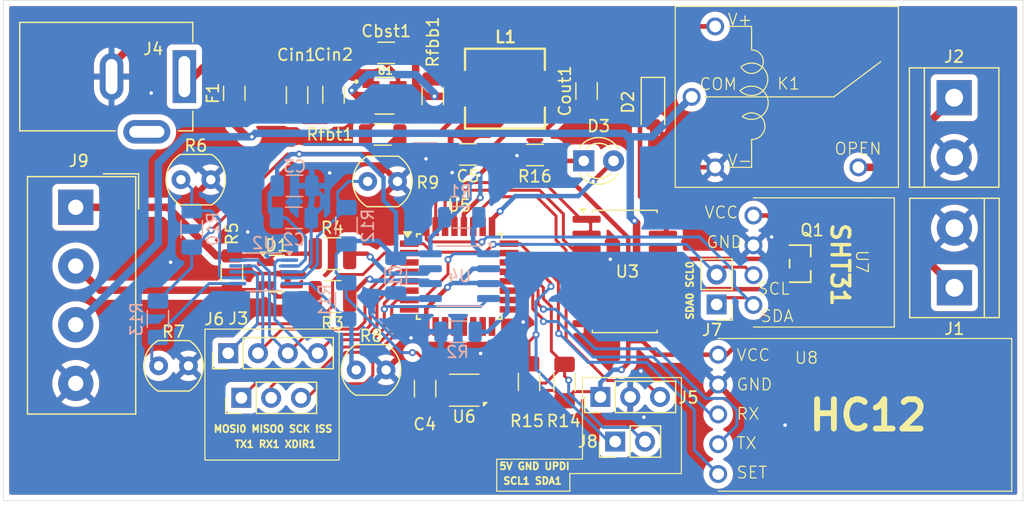
<source format=kicad_pcb>
(kicad_pcb (version 20240108) (generator "pcbnew") (generator_version "8.0")
  (layers (0 "F.Cu" signal) (31 "B.Cu" signal) (34 "B.Paste" user) (35 "F.Paste" user) (36 "B.SilkS" user "B.Silkscreen") (37 "F.SilkS" user "F.Silkscreen") (38 "B.Mask" user) (39 "F.Mask" user) (44 "Edge.Cuts" user))
  (net 0 "")
  (net 1 "GND")
  (net 2 "+5V")
  (net 3 "/VBST")
  (net 4 "+12V")
  (net 5 "/B")
  (net 6 "/A")
  (net 7 "/OUT1")
  (net 8 "/LOAD")
  (net 9 "/OPEN")
  (net 10 "/OUT2")
  (net 11 "/MOSI0")
  (net 12 "/Bout")
  (net 13 "/Aout")
  (net 14 "/VFB")
  (net 15 "/SCL0")
  (net 16 "/SDA0")
  (net 17 "/TX1")
  (net 18 "/RX1")
  (net 20 "/COMM1")
  (net 23 "/COMM2")
  (net 29 "/!SS")
  (net 30 "/SCK")
  (net 31 "/MISO0")
  (net 32 "/XDIR1")
  (net 33 "/SCL1")
  (net 34 "/UPDI")
  (net 35 "/SDA1")
  (net 36 "/RX2")
  (net 37 "/TX2")
  (net 40 "Net-(D3-K)")
  (net 49 "/SET")
  (net 54 "Net-(F1-Pad2)")
  (net 55 "/MCLED")
  (net 56 "/SW")
  (net 57 "/IN1")
  (net 58 "/IN2")
  (net 59 "/IN3")
  (net 60 "/IN4")
  (footprint "Capacitor_SMD:C_1206_3216Metric_Pad1.33x1.80mm_HandSolder" (layer "F.Cu") (at 192.75 91.5 90)
    (property "Reference" "Cin1")
    (property "Value" "10uF")
  )
  (footprint "Fuse:Fuse_1206_3216Metric" (layer "F.Cu") (at 187.4 91.35 90)
    (property "Reference" "F1")
    (property "Value" "Fuse")
  )
  (footprint "Resistor_SMD:R_1210_3225Metric" (layer "F.Cu") (at 195.7625 108.65 180)
    (property "Reference" "R3")
    (property "Value" "10Ohm")
  )
  (footprint "Inductor_SMD:L_6.8x6.8_H3" (layer "F.Cu") (at 210.45 90.95)
    (property "Reference" "L1")
    (property "Value" "4.7uH")
  )
  (footprint "Resistor_SMD:R_1206_3216Metric_Pad1.30x1.75mm_HandSolder" (layer "F.Cu") (at 212.5 115.925 90)
    (property "Reference" "R15")
    (property "Value" "20kOhm")
  )
  (footprint "OptoDevice:R_LDR_4.9x4.2mm_P2.54mm_Vertical" (layer "F.Cu") (at 180.96 114.55)
    (property "Reference" "R7")
    (property "Value" "R_Photo")
  )
  (footprint "Package_S-Mini:S-MINI_TOS" (layer "F.Cu") (at 235.5875 105.85 -90)
    (property "Reference" "Q1")
    (property "Value" "SSM3J352F_LF")
  )
  (footprint "Resistor_SMD:R_1206_3216Metric" (layer "F.Cu") (at 200.0375 94.85 180)
    (property "Reference" "Rfbt1")
    (property "Value" "56.2kOhm")
  )
  (footprint "Capacitor_SMD:C_1206_3216Metric" (layer "F.Cu") (at 207.3 96.55 180)
    (property "Reference" "C5")
    (property "Value" "1uF")
  )
  (footprint "OptoDevice:R_LDR_4.9x4.2mm_P2.54mm_Vertical" (layer "F.Cu") (at 198.76 98.85)
    (property "Reference" "R9")
    (property "Value" "R_Photo")
  )
  (footprint "Resistor_SMD:R_1206_3216Metric" (layer "F.Cu") (at 187.2 106.65 90)
    (property "Reference" "R5")
    (property "Value" "120")
  )
  (footprint "Resistor_SMD:R_1210_3225Metric" (layer "F.Cu") (at 195.7625 105 180)
    (property "Reference" "R4")
    (property "Value" "10Ohm")
  )
  (footprint "Connector_PinHeader_2.54mm:PinHeader_1x03_P2.54mm_Vertical" (layer "F.Cu") (at 218.575 117.2 90)
    (property "Reference" "J5")
    (property "Value" "Conn_01x03_Pin")
  )
  (footprint "TerminalBlock:TerminalBlock_bornier-2_P5.08mm" (layer "F.Cu") (at 248.725 107.905 90)
    (property "Reference" "J1")
    (property "Value" "Screw_Terminal_01x02")
  )
  (footprint "Diode_SMD:D_SOD-123" (layer "F.Cu") (at 223.05 92.35 -90)
    (property "Reference" "D2")
    (property "Value" "1N4148W")
  )
  (footprint "Capacitor_SMD:C_1206_3216Metric_Pad1.33x1.80mm_HandSolder" (layer "F.Cu") (at 217.4 91.15 90)
    (property "Reference" "Cout1")
    (property "Value" "47uF")
  )
  (footprint "Resistor_SMD:R_1206_3216Metric" (layer "F.Cu") (at 213 96.6 180)
    (property "Reference" "R16")
    (property "Value" "250-400 Ohm")
  )
  (footprint "Connector_BarrelJack:BarrelJack_Kycon_KLDX-0202-xC_Horizontal" (layer "F.Cu") (at 183.15 89.925)
    (property "Reference" "J4")
    (property "Value" "Barrel_Jack_MountingPin" (hide yes))
  )
  (footprint "Capacitor_SMD:C_1206_3216Metric_Pad1.33x1.80mm_HandSolder" (layer "F.Cu") (at 195.85 91.4625 90)
    (property "Reference" "Cin2")
    (property "Value" "10uF")
  )
  (footprint "Package_QFP:TQFP-32_7x7mm_P0.8mm" (layer "F.Cu") (at 206.55 106.95)
    (property "Reference" "U5")
    (property "Value" "AVR32DA32x-xPT")
  )
  (footprint "Package_TO_SOT_SMD:SOT-23" (layer "F.Cu") (at 191.0125 106.7)
    (property "Reference" "D1")
    (property "Value" "SM712_SOT23")
  )
  (footprint "Capacitor_SMD:C_1206_3216Metric_Pad1.33x1.80mm_HandSolder" (layer "F.Cu") (at 200.3375 87.9)
    (property "Reference" "Cbst1")
    (property "Value" "100nF")
  )
  (footprint "Connector_PinHeader_2.54mm:PinHeader_1x03_P2.54mm_Vertical" (layer "F.Cu") (at 188 117.275 90)
    (property "Reference" "J3")
    (property "Value" "Conn_01x03_Pin")
  )
  (footprint "LED_THT:LED_D3.0mm_FlatTop" (layer "F.Cu") (at 217.16 97.1)
    (property "Reference" "D3")
    (property "Value" "LED")
  )
  (footprint "TerminalBlock_Altech:Altech_AK100_1x04_P5.00mm" (layer "F.Cu") (at 173.9 101.05 -90)
    (property "Reference" "J9")
    (property "Value" "Screw_Terminal_01x04")
  )
  (footprint "Sensor_Humidity:Sensirion_DFN-8-1EP_2.5x2.5mm_P0.5mm_EP1.1x1.7mm" (layer "F.Cu") (at 206.975 116.625 180)
    (property "Reference" "U6")
    (property "Value" "SHT31A-DIS")
  )
  (footprint "Resistor_SMD:R_1206_3216Metric_Pad1.30x1.75mm_HandSolder" (layer "F.Cu") (at 215.525 115.975 90)
    (property "Reference" "R14")
    (property "Value" "20kOhm")
  )
  (footprint "TerminalBlock:TerminalBlock_bornier-2_P5.08mm" (layer "F.Cu") (at 248.7 91.72 -90)
    (property "Reference" "J2")
    (property "Value" "Screw_Terminal_01x02")
  )
  (footprint "Modules:HC12-Modules" (layer "F.Cu") (at 228.606 113.725 -90)
    (property "Reference" "U8")
    (property "Value" "~")
  )
  (footprint "Connector_PinHeader_2.54mm:PinHeader_1x02_P2.54mm_Vertical" (layer "F.Cu") (at 219.835 121 90)
    (property "Reference" "J8")
    (property "Value" "Conn_01x02_Pin")
  )
  (footprint "Capacitor_SMD:C_1206_3216Metric" (layer "F.Cu") (at 203.65 116.5 -90)
    (property "Reference" "C4")
    (property "Value" "100nF")
  )
  (footprint "Connector_PinHeader_2.54mm:PinHeader_1x02_P2.54mm_Vertical" (layer "F.Cu") (at 228.475 109.325 180)
    (property "Reference" "J7")
    (property "Value" "Conn_01x02_Pin")
  )
  (footprint "OptoDevice:R_LDR_4.9x4.2mm_P2.54mm_Vertical" (layer "F.Cu") (at 182.86 98.7)
    (property "Reference" "R6")
    (property "Value" "R_Photo")
  )
  (footprint "Relay_THT:AWHSH112DM00G" (layer "F.Cu") (at 234.45 91.65)
    (property "Reference" "K1")
    (property "Value" "AWHSH112DM00G ")
  )
  (footprint "Resistor_SMD:R_1206_3216Metric" (layer "F.Cu") (at 204.3 91.5875 90)
    (property "Reference" "Rfbb1")
    (property "Value" "10kOhm")
  )
  (footprint "Package_SO:SOIC-16W_5.3x10.2mm_P1.27mm" (layer "F.Cu") (at 220.65 106.515)
    (property "Reference" "U3")
    (property "Value" "ULN2003A")
  )
  (footprint "Converter_DCDC:SOT95P280X110-6N" (layer "F.Cu") (at 200.195 91.55)
    (property "Reference" "U1")
    (property "Value" "TPS561208DDCT")
  )
  (footprint "Connector_PinHeader_2.54mm:PinHeader_1x04_P2.54mm_Vertical" (layer "F.Cu") (at 186.88 113.475 90)
    (property "Reference" "J6")
    (property "Value" "Conn_01x04_Pin")
  )
  (footprint "OptoDevice:R_LDR_4.9x4.2mm_P2.54mm_Vertical" (layer "F.Cu") (at 197.785 114.9)
    (property "Reference" "R8")
    (property "Value" "R_Photo")
  )
  (footprint "Modules:SHT31-Module" (layer "F.Cu") (at 231.606 101.75 -90)
    (property "Reference" "U7")
    (property "Value" "~")
  )
  (footprint "Resistor_SMD:R_1206_3216Metric" (layer "B.Cu") (at 206.7625 101.9)
    (property "Reference" "R1")
    (property "Value" "10kOhm")
  )
  (footprint "Package_SO:VSSOP-10_3x3mm_P0.5mm" (layer "B.Cu") (at 189.9 106.55 180)
    (property "Reference" "U2")
    (property "Value" "ADC084S021CIMM/NOPB" (hide yes))
  )
  (footprint "Resistor_SMD:R_1206_3216Metric_Pad1.30x1.75mm_HandSolder" (layer "B.Cu") (at 196.95 102.625 90)
    (property "Reference" "R12")
    (property "Value" "10kOhm")
  )
  (footprint "Package_SO:SOIC-8_3.9x4.9mm_P1.27mm" (layer "B.Cu") (at 206.575 106.915 180)
    (property "Reference" "U4")
    (property "Value" "THVD1400D")
  )
  (footprint "Capacitor_SMD:C_1206_3216Metric" (layer "B.Cu") (at 201.15 106.875 -90)
    (property "Reference" "C1")
    (property "Value" "100nF")
  )
  (footprint "Resistor_SMD:R_1206_3216Metric" (layer "B.Cu") (at 206.45 111.65 180)
    (property "Reference" "R2")
    (property "Value" "10kOhm")
  )
  (footprint "Resistor_SMD:R_1206_3216Metric_Pad1.30x1.75mm_HandSolder" (layer "B.Cu") (at 183.775 102.9 90)
    (property "Reference" "R10")
    (property "Value" "10kohm")
  )
  (footprint "Capacitor_SMD:C_1206_3216Metric" (layer "B.Cu") (at 192.475 101.95)
    (property "Reference" "C2")
    (property "Value" "0.1uF")
  )
  (footprint "Resistor_SMD:R_1206_3216Metric_Pad1.30x1.75mm_HandSolder" (layer "B.Cu") (at 196.925 109.025 -90)
    (property "Reference" "R11")
    (property "Value" "56.2kOhm")
  )
  (footprint "Capacitor_SMD:C_1206_3216Metric" (layer "B.Cu") (at 192.525 99.225)
    (property "Reference" "C3")
    (property "Value" "10uF")
  )
  (footprint "Resistor_SMD:R_1206_3216Metric_Pad1.30x1.75mm_HandSolder" (layer "B.Cu") (at 180.9 110.575 -90)
    (property "Reference" "R13")
    (property "Value" "56.2kOhm")
  )
  (gr_line (start 216.125 123.725) (end 215.975 123.725) (stroke (width 0.1)) (layer "F.SilkS"))
  (gr_line (start 225.475 123.725) (end 216.125 123.725) (stroke (width 0.1)) (layer "F.SilkS"))
  (gr_line (start 209.75 122.5) (end 209.75 125.225) (stroke (width 0.1)) (layer "F.SilkS"))
  (gr_line (start 225.475 115.55) (end 225.475 123.725) (stroke (width 0.1)) (layer "F.SilkS"))
  (gr_line (start 209.75 125.225) (end 215.975 125.225) (stroke (width 0.1)) (layer "F.SilkS"))
  (gr_line (start 217.05 115.55) (end 225.475 115.55) (stroke (width 0.1)) (layer "F.SilkS"))
  (gr_line (start 217.05 122.5) (end 215.975 122.5) (stroke (width 0.1)) (layer "F.SilkS"))
  (gr_line (start 215.975 122.5) (end 209.75 122.5) (stroke (width 0.1)) (layer "F.SilkS"))
  (gr_line (start 215.975 123.725) (end 215.975 125.225) (stroke (width 0.1)) (layer "F.SilkS"))
  (gr_line (start 217.05 115.55) (end 217.05 122.5) (stroke (width 0.1)) (layer "F.SilkS"))
  (gr_rect (start 184.9 111.425) (end 196.325 122.575) (stroke (width 0.1)) (fill none) (layer "F.SilkS"))
  (gr_rect (start 167.7375 83.425) (end 254.5625 126.025) (stroke (width 0.05)) (fill none) (layer "Edge.Cuts"))
  (gr_text "SCL1 SDA1" (at 210.225 124.7 0) (layer "F.SilkS") (effects (font (size 0.6 0.6) (thickness 0.15) (bold yes)) (justify left bottom)))
  (gr_text "MOSI0 MISO0 SCK !SS" (at 185.575 120.275 0) (layer "F.SilkS") (effects (font (size 0.6 0.6) (thickness 0.15) (bold yes)) (justify left bottom)))
  (gr_text "TX1 RX1 XDIR1" (at 187.35 121.575 0) (layer "F.SilkS") (effects (font (size 0.6 0.6) (thickness 0.15) (bold yes)) (justify left bottom)))
  (gr_text "SDA0 SCL0\n" (at 226.55 110.7 90) (layer "F.SilkS") (effects (font (size 0.6 0.6) (thickness 0.15) (bold yes)) (justify left bottom)))
  (gr_text "5V GND UPDI" (at 209.9 123.45 0) (layer "F.SilkS") (effects (font (size 0.6 0.6) (thickness 0.15) (bold yes)) (justify left bottom)))
  (segment (start 204.3 88.145164) (end 204.3 90.125) (width 0.635) (layer "F.Cu") (net 1))
  (segment (start 226.7 97.65) (end 223.05 94) (width 0.381) (layer "F.Cu") (net 1))
  (segment (start 204.3 90.125) (end 205.2425 89.1825) (width 0.635) (layer "F.Cu") (net 1))
  (segment (start 210.8 108.15) (end 212.044896 108.15) (width 0.254) (layer "F.Cu") (net 1))
  (segment (start 205.15 118.025) (end 205.8 117.375) (width 0.254) (layer "F.Cu") (net 1))
  (segment (start 195.2 89.25) (end 195.85 89.9) (width 0.635) (layer "F.Cu") (net 1))
  (segment (start 195.85 88.670164) (end 198.170164 86.35) (width 0.635) (layer "F.Cu") (net 1))
  (segment (start 195.85 89.9) (end 198.34 89.9) (width 0.635) (layer "F.Cu") (net 1))
  (segment (start 193.4375 89.25) (end 195.2 89.25) (width 0.635) (layer "F.Cu") (net 1))
  (segment (start 212.35 110.475) (end 212 110.825) (width 0.254) (layer "F.Cu") (net 1))
  (segment (start 216.995 89.1825) (end 217.4 89.5875) (width 0.635) (layer "F.Cu") (net 1))
  (segment (start 180.275 85.65) (end 188.4625 85.65) (width 0.635) (layer "F.Cu") (net 1))
  (segment (start 203.6 118.025) (end 205.15 118.025) (width 0.254) (layer "F.Cu") (net 1))
  (segment (start 206.225 117.375) (end 206.975 116.625) (width 0.254) (layer "F.Cu") (net 1))
  (segment (start 208.15 116.875) (end 207.225 116.875) (width 0.254) (layer "F.Cu") (net 1))
  (segment (start 198.34 89.9) (end 199.04 90.6) (width 0.635) (layer "F.Cu") (net 1))
  (segment (start 205.825 96.55) (end 205.825 97.975) (width 0.381) (layer "F.Cu") (net 1))
  (segment (start 192.75 89.9375) (end 193.4375 89.25) (width 0.635) (layer "F.Cu") (net 1))
  (segment (start 176.95 88.975) (end 180.275 85.65) (width 0.635) (layer "F.Cu") (net 1))
  (segment (start 206.442356 100.344356) (end 206.15 100.636712) (width 0.381) (layer "F.Cu") (net 1))
  (segment (start 206.15 100.636712) (end 206.15 102.7) (width 0.381) (layer "F.Cu") (net 1))
  (segment (start 205.825 97.975) (end 205.95 98.1) (width 0.381) (layer "F.Cu") (net 1))
  (segment (start 198.170164 86.35) (end 202.504836 86.35) (width 0.635) (layer "F.Cu") (net 1))
  (segment (start 205.8 117.375) (end 206.225 117.375) (width 0.254) (layer "F.Cu") (net 1))
  (segment (start 202.504836 86.35) (end 204.3 88.145164) (width 0.635) (layer "F.Cu") (net 1))
  (segment (start 176.95 90.75) (end 176.95 88.975) (width 0.635) (layer "F.Cu") (net 1))
  (segment (start 212.044896 108.15) (end 212.35 108.455104) (width 0.254) (layer "F.Cu") (net 1))
  (segment (start 207.225 116.875) (end 206.975 116.625) (width 0.254) (layer "F.Cu") (net 1))
  (segment (start 205.8 116.875) (end 206.725 116.875) (width 0.254) (layer "F.Cu") (net 1))
  (segment (start 228.35 97.65) (end 226.7 97.65) (width 0.381) (layer "F.Cu") (net 1))
  (segment (start 206.725 116.875) (end 206.975 116.625) (width 0.254) (layer "F.Cu") (net 1))
  (segment (start 212.35 108.455104) (end 212.35 110.475) (width 0.254) (layer "F.Cu") (net 1))
  (segment (start 195.85 89.9) (end 195.85 88.670164) (width 0.635) (layer "F.Cu") (net 1))
  (segment (start 205.2425 89.1825) (end 216.995 89.1825) (width 0.635) (layer "F.Cu") (net 1))
  (segment (start 188.4625 85.65) (end 192.75 89.9375) (width 0.635) (layer "F.Cu") (net 1))
  (via (at 211.475 96.65) (size 0.6) (drill 0.3) (layers "F.Cu" "B.Cu") (net 1))
  (via (at 188.55 103.15) (size 0.6) (drill 0.3) (layers "F.Cu" "B.Cu") (net 1))
  (via (at 222.025 115) (size 0.6) (drill 0.3) (layers "F.Cu" "B.Cu") (net 1))
  (via (at 234.3 119.6) (size 0.6) (drill 0.3) (layers "F.Cu" "B.Cu") (net 1))
  (via (at 222.275 118.925) (size 0.6) (drill 0.3) (layers "F.Cu" "B.Cu") (net 1))
  (via (at 180.325 91.325) (size 0.6) (drill 0.3) (layers "F.Cu" "B.Cu") (net 1))
  (via (at 208.375 113.5) (size 0.6) (drill 0.3) (layers "F.Cu" "B.Cu") (net 1))
  (via (at 181.975 105.725) (size 0.6) (drill 0.3) (layers "F.Cu" "B.Cu") (net 1))
  (via (at 205.95 98.1) (size 0.6) (drill 0.3) (layers "F.Cu" "B.Cu") (net 1))
  (via (at 233.15 103.575) (size 0.6) (drill 0.3) (layers "F.Cu" "B.Cu") (net 1))
  (via (at 202.45 112.175) (size 0.6) (drill 0.3) (layers "F.Cu" "B.Cu") (net 1))
  (via (at 195.525 98.125) (size 0.6) (drill 0.3) (layers "F.Cu" "B.Cu") (net 1))
  (via (at 212 110.825) (size 0.6) (drill 0.3) (layers "F.Cu" "B.Cu") (net 1))
  (via (at 206.442356 100.344356) (size 0.6) (drill 0.3) (layers "F.Cu" "B.Cu") (net 1))
  (via (at 219.425 105.475) (size 0.6) (drill 0.3) (layers "F.Cu" "B.Cu") (net 1))
  (via (at 203.725 96.925) (size 0.6) (drill 0.3) (layers "F.Cu" "B.Cu") (net 1))
  (segment (start 201.01498 112.175) (end 198.925 110.08502) (width 0.254) (layer "B.Cu") (net 1))
  (segment (start 206.725 100.061712) (end 206.725 98.475) (width 0.381) (layer "B.Cu") (net 1))
  (segment (start 198.925 110.08502) (end 198.925 109.025) (width 0.254) (layer "B.Cu") (net 1))
  (segment (start 194.025 99.225) (end 194.9 100.1) (width 0.381) (layer "B.Cu") (net 1))
  (segment (start 198.925 109.025) (end 199.6 108.35) (width 0.254) (layer "B.Cu") (net 1))
  (segment (start 193.207948 106.55) (end 193.95 105.807948) (width 0.254) (layer "B.Cu") (net 1))
  (segment (start 194.9 100.1) (end 194.9 101) (width 0.381) (layer "B.Cu") (net 1))
  (segment (start 206.725 98.475) (end 206.35 98.1) (width 0.381) (layer "B.Cu") (net 1))
  (segment (start 199.6 108.35) (end 201.15 108.35) (width 0.254) (layer "B.Cu") (net 1))
  (segment (start 211.475 96.65) (end 207.4 96.65) (width 0.381) (layer "B.Cu") (net 1))
  (segment (start 194.9 101) (end 193.95 101.95) (width 0.381) (layer "B.Cu") (net 1))
  (segment (start 206.442356 100.344356) (end 206.725 100.061712) (width 0.381) (layer "B.Cu") (net 1))
  (segment (start 201.62 108.82) (end 201.15 108.35) (width 0.381) (layer "B.Cu") (net 1))
  (segment (start 192.1 106.55) (end 193.207948 106.55) (width 0.254) (layer "B.Cu") (net 1))
  (segment (start 202.45 112.175) (end 201.01498 112.175) (width 0.254) (layer "B.Cu") (net 1))
  (segment (start 207.4 96.65) (end 205.95 98.1) (width 0.381) (layer "B.Cu") (net 1))
  (segment (start 212 107.425) (end 213.95 105.475) (width 0.254) (layer "B.Cu") (net 1))
  (segment (start 194 99.225) (end 194.025 99.225) (width 0.381) (layer "B.Cu") (net 1))
  (segment (start 213.95 105.475) (end 219.425 105.475) (width 0.254) (layer "B.Cu") (net 1))
  (segment (start 206.35 98.1) (end 205.95 98.1) (width 0.381) (layer "B.Cu") (net 1))
  (segment (start 193.95 105.807948) (end 193.95 101.95) (width 0.254) (layer "B.Cu") (net 1))
  (segment (start 212 110.825) (end 212 107.425) (width 0.254) (layer "B.Cu") (net 1))
  (segment (start 204.1 108.82) (end 201.62 108.82) (width 0.381) (layer "B.Cu") (net 1))
  (segment (start 204.75 94.85) (end 206.45 93.15) (width 0.381) (layer "F.Cu") (net 2))
  (segment (start 229.319503 113.605) (end 235.475 107.449503) (width 0.381) (layer "F.Cu") (net 2))
  (segment (start 213.925 94.475) (end 210.85 94.475) (width 0.381) (layer "F.Cu") (net 2))
  (segment (start 212.175 117.475) (end 211.75 117.9) (width 0.254) (layer "F.Cu") (net 2))
  (segment (start 235.475 107.449503) (end 235.475 104.4) (width 0.381) (layer "F.Cu") (net 2))
  (segment (start 213.325 116.65) (end 214.65 116.65) (width 0.254) (layer "F.Cu") (net 2))
  (segment (start 212.5 117.475) (end 212.175 117.475) (width 0.254) (layer "F.Cu") (net 2))
  (segment (start 232.825 101.75) (end 231.606 101.75) (width 0.381) (layer "F.Cu") (net 2))
  (segment (start 217.4 92.7125) (end 215.6875 92.7125) (width 0.381) (layer "F.Cu") (net 2))
  (segment (start 208.775 96.55) (end 210.575 98.35) (width 0.381) (layer "F.Cu") (net 2))
  (segment (start 185.425 103.025) (end 191.925 96.525) (width 0.254) (layer "F.Cu") (net 2))
  (segment (start 203.675 115) (end 203.65 115.025) (width 0.254) (layer "F.Cu") (net 2))
  (segment (start 191.925 96.525) (end 192.925 96.525) (width 0.254) (layer "F.Cu") (net 2))
  (segment (start 215.64854 98.35) (end 220.95 103.65146) (width 0.381) (layer "F.Cu") (net 2))
  (segment (start 218.125 116.75) (end 216.3 116.75) (width 0.254) (layer "F.Cu") (net 2))
  (segment (start 205 115.075) (end 205.8 115.875) (width 0.254) (layer "F.Cu") (net 2))
  (segment (start 211 93.15) (end 213.2 90.95) (width 0.381) (layer "F.Cu") (net 2))
  (segment (start 201.425 94.85) (end 199.75 96.525) (width 0.381) (layer "F.Cu") (net 2))
  (segment (start 202.575 113.425) (end 202.95 113.425) (width 0.254) (layer "F.Cu") (net 2))
  (segment (start 202.95 113.425) (end 203.675 114.15) (width 0.254) (layer "F.Cu") (net 2))
  (segment (start 203.675 114.15) (end 203.675 115) (width 0.254) (layer "F.Cu") (net 2))
  (segment (start 206.95 101.627) (end 206.95 102.7) (width 0.381) (layer "F.Cu") (net 2))
  (segment (start 214.65 116.65) (end 215.525 117.525) (width 0.254) (layer "F.Cu") (net 2))
  (segment (start 222.175 112.45) (end 223.33 113.605) (width 0.381) (layer "F.Cu") (net 2))
  (segment (start 201.5 94.85) (end 201.425 94.85) (width 0.381) (layer "F.Cu") (net 2))
  (segment (start 203.6 115.075) (end 205 115.075) (width 0.254) (layer "F.Cu") (net 2))
  (segment (start 235.475 104.4) (end 232.825 101.75) (width 0.381) (layer "F.Cu") (net 2))
  (segment (start 210.85 94.475) (end 208.775 96.55) (width 0.381) (layer "F.Cu") (net 2))
  (segment (start 214.9625 92.7125) (end 213.2 90.95) (width 0.635) (layer "F.Cu") (net 2))
  (segment (start 208.775 97.77775) (end 208.775 96.55) (width 0.381) (layer "F.Cu") (net 2))
  (segment (start 208.35 100.227) (end 206.95 101.627) (width 0.381) (layer "F.Cu") (net 2))
  (segment (start 228.606 113.605) (end 229.319503 113.605) (width 0.381) (layer "F.Cu") (net 2))
  (segment (start 201.5 94.85) (end 204.75 94.85) (width 0.381) (layer "F.Cu") (net 2))
  (segment (start 199.75 96.525) (end 192.925 96.525) (width 0.381) (layer "F.Cu") (net 2))
  (segment (start 218.575 117.2) (end 218.125 116.75) (width 0.254) (layer "F.Cu") (net 2))
  (segment (start 220.95 114.306) (end 220.375 114.881) (width 0.381) (layer "F.Cu") (net 2))
  (segment (start 215.6875 92.7125) (end 213.925 94.475) (width 0.381) (layer "F.Cu") (net 2))
  (segment (start 220.95 103.65146) (end 220.95 112.45) (width 0.381) (layer "F.Cu") (net 2))
  (segment (start 208.22975 98.323) (end 208.775 97.77775) (width 0.381) (layer "F.Cu") (net 2))
  (segment (start 217.4 92.7125) (end 214.9625 92.7125) (width 0.635) (layer "F.Cu") (net 2))
  (segment (start 220.95 112.45) (end 222.175 112.45) (width 0.381) (layer "F.Cu") (net 2))
  (segment (start 212.5 117.475) (end 213.325 116.65) (width 0.254) (layer "F.Cu") (net 2))
  (segment (start 223.33 113.605) (end 228.606 113.605) (width 0.381) (layer "F.Cu") (net 2))
  (segment (start 210.575 98.35) (end 215.64854 98.35) (width 0.381) (layer "F.Cu") (net 2))
  (segment (start 206.45 93.15) (end 211 93.15) (width 0.381) (layer "F.Cu") (net 2))
  (segment (start 220.95 112.45) (end 220.95 114.306) (width 0.381) (layer "F.Cu") (net 2))
  (segment (start 216.3 116.75) (end 215.525 117.525) (width 0.254) (layer "F.Cu") (net 2))
  (via (at 208.22975 98.323) (size 0.6) (drill 0.3) (layers "F.Cu" "B.Cu") (net 2))
  (via (at 208.35 100.227) (size 0.6) (drill 0.3) (layers "F.Cu" "B.Cu") (net 2))
  (via (at 192.925 96.525) (size 0.6) (drill 0.3) (layers "F.Cu" "B.Cu") (net 2))
  (via (at 202.575 113.425) (size 0.6) (drill 0.3) (layers "F.Cu" "B.Cu") (net 2))
  (via (at 185.425 103.025) (size 0.6) (drill 0.3) (layers "F.Cu" "B.Cu") (net 2))
  (via (at 220.375 114.881) (size 0.6) (drill 0.3) (layers "F.Cu" "B.Cu") (net 2))
  (segment (start 201.622928 113.425) (end 202.575 113.425) (width 0.254) (layer "B.Cu") (net 2))
  (segment (start 199.6655 103.9155) (end 197.2095 103.9155) (width 0.381) (layer "B.Cu") (net 2))
  (segment (start 191.825 101.95) (end 191 101.95) (width 0.254) (layer "B.Cu") (net 2))
  (segment (start 183.775 104.45) (end 184 104.45) (width 0.254) (layer "B.Cu") (net 2))
  (segment (start 201.175 101.525) (end 200.1095 100.4595) (width 0.381) (layer "B.Cu") (net 2))
  (segment (start 191.05 99.225) (end 190.425 99.85) (width 0.381) (layer "B.Cu") (net 2))
  (segment (start 207.425 99.12775) (end 207.425 100.338227) (width 0.381) (layer "B.Cu") (net 2))
  (segment (start 192.1 106.05) (end 191.304408 106.05) (width 0.254) (layer "B.Cu") (net 2))
  (segment (start 183.775 106.15) (end 180.9 109.025) (width 0.254) (layer "B.Cu") (net 2))
  (segment (start 204.1 105.01) (end 204.1 103.65) (width 0.381) (layer "B.Cu") (net 2))
  (segment (start 201.15 105.4) (end 199.6655 103.9155) (width 0.381) (layer "B.Cu") (net 2))
  (segment (start 192.925 96.525) (end 192.225 96.525) (width 0.381) (layer "B.Cu") (net 2))
  (segment (start 204.1 105.01) (end 201.54 105.01) (width 0.381) (layer "B.Cu") (net 2))
  (segment (start 192.895592 106.05) (end 193.475 105.470592) (width 0.254) (layer "B.Cu") (net 2))
  (segment (start 198.118622 96.525) (end 192.925 96.525) (width 0.381) (layer "B.Cu") (net 2))
  (segment (start 201.15 105.4) (end 201.175 105.375) (width 0.381) (layer "B.Cu") (net 2))
  (segment (start 208.22975 98.323) (end 208.35 98.44325) (width 0.381) (layer "B.Cu") (net 2))
  (segment (start 196.075 105.05) (end 196.075 106.625) (width 0.254) (layer "B.Cu") (net 2))
  (segment (start 219.669 114.881) (end 218.575 115.975) (width 0.381) (layer "B.Cu") (net 2))
  (segment (start 196.95 104.175) (end 196.075 105.05) (width 0.254) (layer "B.Cu") (net 2))
  (segment (start 196.925 108.727072) (end 201.622928 113.425) (width 0.254) (layer "B.Cu") (net 2))
  (segment (start 200.1095 100.4595) (end 200.1095 98.515878) (width 0.381) (layer "B.Cu") (net 2))
  (segment (start 190.425 101.375) (end 191 101.95) (width 0.381) (layer "B.Cu") (net 2))
  (segment (start 190.425 99.85) (end 190.425 101.375) (width 0.381) (layer "B.Cu") (net 2))
  (segment (start 197.2095 103.9155) (end 196.95 104.175) (width 0.381) (layer "B.Cu") (net 2))
  (segment (start 191.05 97.7) (end 191.05 99.225) (width 0.381) (layer "B.Cu") (net 2))
  (segment (start 201.175 105.375) (end 201.175 101.525) (width 0.381) (layer "B.Cu") (net 2))
  (segment (start 193.475 103.6) (end 191.825 101.95) (width 0.254) (layer "B.Cu") (net 2))
  (segment (start 196.075 106.625) (end 196.925 107.475) (width 0.254) (layer "B.Cu") (net 2))
  (segment (start 192.225 96.525) (end 191.05 97.7) (width 0.381) (layer "B.Cu") (net 2))
  (segment (start 208.22975 98.323) (end 207.425 99.12775) (width 0.381) (layer "B.Cu") (net 2))
  (segment (start 190.5 102.45) (end 191 101.95) (width 0.254) (layer "B.Cu") (net 2))
  (segment (start 184 104.45) (end 185.425 103.025) (width 0.254) (layer "B.Cu") (net 2))
  (segment (start 201.54 105.01) (end 201.15 105.4) (width 0.381) (layer "B.Cu") (net 2))
  (segment (start 205.863227 101.9) (end 205.3 101.9) (width 0.381) (layer "B.Cu") (net 2))
  (segment (start 207.425 100.338227) (end 205.863227 101.9) (width 0.381) (layer "B.Cu") (net 2))
  (segment (start 204.1 103.65) (end 205.1 102.65) (width 0.381) (layer "B.Cu") (net 2))
  (segment (start 208.35 98.44325) (end 208.35 100.227) (width 0.381) (layer "B.Cu") (net 2))
  (segment (start 196.925 107.475) (end 196.925 108.727072) (width 0.254) (layer "B.Cu") (net 2))
  (segment (start 200.1095 98.515878) (end 198.118622 96.525) (width 0.381) (layer "B.Cu") (net 2))
  (segment (start 183.775 104.45) (end 183.775 106.15) (width 0.254) (layer "B.Cu") (net 2))
  (segment (start 192.1 106.05) (end 192.895592 106.05) (width 0.254) (layer "B.Cu") (net 2))
  (segment (start 218.575 115.975) (end 218.575 117.2) (width 0.381) (layer "B.Cu") (net 2))
  (segment (start 193.475 105.470592) (end 193.475 103.6) (width 0.254) (layer "B.Cu") (net 2))
  (segment (start 220.375 114.881) (end 219.669 114.881) (width 0.381) (layer "B.Cu") (net 2))
  (segment (start 199.35 87.9) (end 201.35 89.9) (width 0.381) (layer "F.Cu") (net 3))
  (segment (start 201.35 90.6) (end 201.35 90.475) (width 0.381) (layer "F.Cu") (net 3))
  (segment (start 198.55 87.7) (end 198.55 87.8) (width 0.381) (layer "F.Cu") (net 3))
  (segment (start 201.35 89.9) (end 201.35 90.6) (width 0.381) (layer "F.Cu") (net 3))
  (segment (start 198.775 87.9) (end 199.35 87.9) (width 0.381) (layer "F.Cu") (net 3))
  (segment (start 187.4 92.75) (end 187.95 93.3) (width 0.635) (layer "F.Cu") (net 4))
  (segment (start 193.3375 93.65) (end 195.225 93.65) (width 0.635) (layer "F.Cu") (net 4))
  (segment (start 192.75 93.0625) (end 193.3375 93.65) (width 0.635) (layer "F.Cu") (net 4))
  (segment (start 195.225 93.65) (end 195.85 93.025) (width 0.635) (layer "F.Cu") (net 4))
  (segment (start 225.775 109.78354) (end 225.775 108.7) (width 0.381) (layer "F.Cu") (net 4))
  (segment (start 199.621094 92.5) (end 199.04 92.5) (width 0.381) (layer "F.Cu") (net 4))
  (segment (start 221.658 102.383) (end 221.658 109.917999) (width 0.635) (layer "F.Cu") (net 4))
  (segment (start 221.475 102.2) (end 221.658 102.383) (width 0.635) (layer "F.Cu") (net 4))
  (segment (start 188.475 95.05) (end 187.4 93.975) (width 0.635) (layer "F.Cu") (net 4))
  (segment (start 188.9 95.05) (end 188.475 95.05) (width 0.635) (layer "F.Cu") (net 4))
  (segment (start 200.571094 91.55) (end 199.621094 92.5) (width 0.381) (layer "F.Cu") (net 4))
  (segment (start 226.4495 108.0255) (end 233.174503 108.0255) (width 0.381) (layer "F.Cu") (net 4))
  (segment (start 225.775 108.7) (end 226.4495 108.0255) (width 0.381) (layer "F.Cu") (net 4))
  (segment (start 222.700001 110.96) (end 223.9 110.96) (width 0.635) (layer "F.Cu") (net 4))
  (segment (start 201.35 91.55) (end 200.571094 91.55) (width 0.381) (layer "F.Cu") (net 4))
  (segment (start 223.9 110.96) (end 224.59854 110.96) (width 0.381) (layer "F.Cu") (net 4))
  (segment (start 187.95 93.3) (end 192.5125 93.3) (width 0.635) (layer "F.Cu") (net 4))
  (segment (start 233.174503 108.0255) (end 234.400002 106.800001) (width 0.381) (layer "F.Cu") (net 4))
  (segment (start 198.515 93.025) (end 199.04 92.5) (width 0.635) (layer "F.Cu") (net 4))
  (segment (start 221.658 109.917999) (end 222.700001 110.96) (width 0.635) (layer "F.Cu") (net 4))
  (segment (start 224.59854 110.96) (end 225.775 109.78354) (width 0.381) (layer "F.Cu") (net 4))
  (segment (start 187.4 93.975) (end 187.4 92.75) (width 0.635) (layer "F.Cu") (net 4))
  (segment (start 195.85 93.025) (end 198.515 93.025) (width 0.635) (layer "F.Cu") (net 4))
  (segment (start 192.5125 93.3) (end 192.75 93.0625) (width 0.635) (layer "F.Cu") (net 4))
  (via (at 188.9 95.05) (size 0.6) (drill 0.3) (layers "F.Cu" "B.Cu") (net 4))
  (via (at 221.475 102.2) (size 0.6) (drill 0.3) (layers "F.Cu" "B.Cu") (net 4))
  (segment (start 173.95 111.05) (end 180.925 104.075) (width 0.635) (layer "B.Cu") (net 4))
  (segment (start 221.1175 101.8425) (end 221.475 102.2) (width 0.635) (layer "B.Cu") (net 4))
  (segment (start 220.6 94.75) (end 189.2 94.75) (width 0.635) (layer "B.Cu") (net 4))
  (segment (start 189.2 94.75) (end 188.9 95.05) (width 0.635) (layer "B.Cu") (net 4))
  (segment (start 180.925 97.3) (end 183.175 95.05) (width 0.635) (layer "B.Cu") (net 4))
  (segment (start 220.9 95.05) (end 220.6 94.75) (width 0.635) (layer "B.Cu") (net 4))
  (segment (start 220.9 95.05) (end 221.1175 95.2675) (width 0.635) (layer "B.Cu") (net 4))
  (segment (start 221.1175 95.2675) (end 221.1175 101.8425) (width 0.635) (layer "B.Cu") (net 4))
  (segment (start 180.925 104.075) (end 180.925 97.3) (width 0.635) (layer "B.Cu") (net 4))
  (segment (start 226.35 91.65) (end 222.95 95.05) (width 0.635) (layer "B.Cu") (net 4))
  (segment (start 173.9 111.05) (end 173.95 111.05) (width 0.635) (layer "B.Cu") (net 4))
  (segment (start 183.175 95.05) (end 188.9 95.05) (width 0.635) (layer "B.Cu") (net 4))
  (segment (start 222.95 95.05) (end 220.9 95.05) (width 0.635) (layer "B.Cu") (net 4))
  (segment (start 181.75 101.05) (end 185.8875 105.1875) (width 0.635) (layer "F.Cu") (net 5))
  (segment (start 185.8875 105.1875) (end 187.2 105.1875) (width 0.635) (layer "F.Cu") (net 5))
  (segment (start 190.825 105) (end 190.075 105.75) (width 0.381) (layer "F.Cu") (net 5))
  (segment (start 194.3 105) (end 190.825 105) (width 0.381) (layer "F.Cu") (net 5))
  (segment (start 187.2 105.1875) (end 189.5125 105.1875) (width 0.381) (layer "F.Cu") (net 5))
  (segment (start 173.9 101.05) (end 181.75 101.05) (width 0.635) (layer "F.Cu") (net 5))
  (segment (start 189.5125 105.1875) (end 190.075 105.75) (width 0.381) (layer "F.Cu") (net 5))
  (segment (start 175.9625 108.1125) (end 187.2 108.1125) (width 0.635) (layer "F.Cu") (net 6))
  (segment (start 173.9 106.05) (end 175.9625 108.1125) (width 0.635) (layer "F.Cu") (net 6))
  (segment (start 187.2 108.1125) (end 189.6125 108.1125) (width 0.381) (layer "F.Cu") (net 6))
  (segment (start 194.3 108.65) (end 191.075 108.65) (width 0.381) (layer "F.Cu") (net 6))
  (segment (start 191.075 108.65) (end 190.075 107.65) (width 0.381) (layer "F.Cu") (net 6))
  (segment (start 189.6125 108.1125) (end 190.075 107.65) (width 0.381) (layer "F.Cu") (net 6))
  (segment (start 224.2 103.04) (end 224.2 102.37) (width 0.381) (layer "F.Cu") (net 7))
  (segment (start 228.35 85.65) (end 225.15 85.65) (width 0.381) (layer "F.Cu") (net 7))
  (segment (start 221.95 88.85) (end 221.95 100.12) (width 0.381) (layer "F.Cu") (net 7))
  (segment (start 221.95 100.12) (end 223.9 102.07) (width 0.381) (layer "F.Cu") (net 7))
  (segment (start 225.15 85.65) (end 221.95 88.85) (width 0.381) (layer "F.Cu") (net 7))
  (segment (start 223.05 88.75) (end 226.15 85.65) (width 0.381) (layer "F.Cu") (net 7))
  (segment (start 223.9 103.34) (end 224.2 103.04) (width 0.381) (layer "F.Cu") (net 7))
  (segment (start 224.2 102.37) (end 223.9 102.07) (width 0.381) (layer "F.Cu") (net 7))
  (segment (start 226.15 85.65) (end 228.35 85.65) (width 0.381) (layer "F.Cu") (net 7))
  (segment (start 223.05 90.7) (end 223.05 88.75) (width 0.381) (layer "F.Cu") (net 7))
  (segment (start 246.67 105.85) (end 248.725 107.905) (width 0.635) (layer "F.Cu") (net 8))
  (segment (start 236.775 105.85) (end 246.67 105.85) (width 0.635) (layer "F.Cu") (net 8))
  (segment (start 242.77 97.65) (end 248.7 91.72) (width 0.635) (layer "F.Cu") (net 9))
  (segment (start 240.55 97.65) (end 242.77 97.65) (width 0.635) (layer "F.Cu") (net 9))
  (segment (start 225.43104 105.4425) (end 233.857501 105.4425) (width 0.381) (layer "F.Cu") (net 10))
  (segment (start 223.9 104.61) (end 224.4795 105.1895) (width 0.381) (layer "F.Cu") (net 10))
  (segment (start 225.17804 105.1895) (end 225.43104 105.4425) (width 0.381) (layer "F.Cu") (net 10))
  (segment (start 233.857501 105.4425) (end 234.400002 104.899999) (width 0.381) (layer "F.Cu") (net 10))
  (segment (start 234.400002 104.899999) (end 233.921001 105.379) (width 0.254) (layer "F.Cu") (net 10))
  (segment (start 224.4795 105.1895) (end 225.17804 105.1895) (width 0.381) (layer "F.Cu") (net 10))
  (segment (start 202.3 104.95) (end 200.186712 104.95) (width 0.254) (layer "F.Cu") (net 11))
  (segment (start 189.384026 110.970974) (end 186.88 113.475) (width 0.254) (layer "F.Cu") (net 11))
  (segment (start 196.35 106.775) (end 195.775 107.35) (width 0.254) (layer "F.Cu") (net 11))
  (segment (start 195.775 109.470974) (end 194.275 110.970974) (width 0.254) (layer "F.Cu") (net 11))
  (segment (start 200.186712 104.95) (end 198.361712 106.775) (width 0.254) (layer "F.Cu") (net 11))
  (segment (start 198.361712 106.775) (end 196.35 106.775) (width 0.254) (layer "F.Cu") (net 11))
  (segment (start 194.275 110.970974) (end 189.384026 110.970974) (width 0.254) (layer "F.Cu") (net 11))
  (segment (start 195.775 107.35) (end 195.775 109.470974) (width 0.254) (layer "F.Cu") (net 11))
  (segment (start 186.88 113.475) (end 189.371 110.984) (width 0.254) (layer "B.Cu") (net 11))
  (segment (start 189.371 106.888052) (end 189.032948 106.55) (width 0.254) (layer "B.Cu") (net 11))
  (segment (start 189.032948 106.55) (end 187.7 106.55) (width 0.254) (layer "B.Cu") (net 11))
  (segment (start 189.371 110.984) (end 189.371 106.888052) (width 0.254) (layer "B.Cu") (net 11))
  (segment (start 198.942144 107.167144) (end 198.707856 107.167144) (width 0.381) (layer "F.Cu") (net 12))
  (segment (start 198.707856 107.167144) (end 197.225 108.65) (width 0.381) (layer "F.Cu") (net 12))
  (via (at 198.942144 107.167144) (size 0.6) (drill 0.3) (layers "F.Cu" "B.Cu") (net 12))
  (segment (start 203.85 107.3) (end 204.1 107.55) (width 0.381) (layer "B.Cu") (net 12))
  (segment (start 199.075 107.3) (end 203.85 107.3) (width 0.381) (layer "B.Cu") (net 12))
  (segment (start 198.942144 107.167144) (end 199.075 107.3) (width 0.381) (layer "B.Cu") (net 12))
  (segment (start 198.7 105) (end 197.225 105) (width 0.381) (layer "F.Cu") (net 13))
  (segment (start 198.975 105.275) (end 198.7 105) (width 0.381) (layer "F.Cu") (net 13))
  (via (at 198.975 105.275) (size 0.6) (drill 0.3) (layers "F.Cu" "B.Cu") (net 13))
  (segment (start 203.75 106.7) (end 204.1 106.35) (width 0.381) (layer "B.Cu") (net 13))
  (segment (start 200.4 106.7) (end 203.75 106.7) (width 0.381) (layer "B.Cu") (net 13))
  (segment (start 204.1 106.35) (end 204.1 106.28) (width 0.381) (layer "B.Cu") (net 13))
  (segment (start 198.975 105.275) (end 200.4 106.7) (width 0.381) (layer "B.Cu") (net 13))
  (segment (start 200.65 92.5) (end 201.35 92.5) (width 0.381) (layer "F.Cu") (net 14))
  (segment (start 203.75 92.5) (end 204.3 93.05) (width 0.381) (layer "F.Cu") (net 14))
  (segment (start 198.575 94.85) (end 198.575 94.575) (width 0.381) (layer "F.Cu") (net 14))
  (segment (start 198.575 94.575) (end 200.65 92.5) (width 0.381) (layer "F.Cu") (net 14))
  (segment (start 201.35 92.5) (end 203.75 92.5) (width 0.381) (layer "F.Cu") (net 14))
  (segment (start 231.606 106.83) (end 230.926 106.15) (width 0.254) (layer "F.Cu") (net 15))
  (segment (start 230.926 106.15) (end 229.11 106.15) (width 0.254) (layer "F.Cu") (net 15))
  (segment (start 209.45 104.21) (end 208.787 104.873) (width 0.254) (layer "F.Cu") (net 15))
  (segment (start 229.11 106.15) (end 228.475 106.785) (width 0.254) (layer "F.Cu") (net 15))
  (segment (start 208.787 104.873) (end 204.226948 104.873) (width 0.254) (layer "F.Cu") (net 15))
  (segment (start 203.503948 104.15) (end 202.3 104.15) (width 0.254) (layer "F.Cu") (net 15))
  (segment (start 204.226948 104.873) (end 203.503948 104.15) (width 0.254) (layer "F.Cu") (net 15))
  (via (at 209.45 104.21) (size 0.6) (drill 0.3) (layers "F.Cu" "B.Cu") (net 15))
  (segment (start 228.475 106.785) (end 225.9 104.21) (width 0.254) (layer "B.Cu") (net 15))
  (segment (start 225.9 104.21) (end 209.45 104.21) (width 0.254) (layer "B.Cu") (net 15))
  (segment (start 229.05 108.75) (end 228.475 109.325) (width 0.254) (layer "F.Cu") (net 16))
  (segment (start 203.75 103.754) (end 203.75 102.7) (width 0.254) (layer "F.Cu") (net 16))
  (segment (start 228.45 109.475) (end 229.175 108.75) (width 0.254) (layer "F.Cu") (net 16))
  (segment (start 229.95 108.75) (end 229.05 108.75) (width 0.254) (layer "F.Cu") (net 16))
  (segment (start 230.986 108.75) (end 231.606 109.37) (width 0.254) (layer "F.Cu") (net 16))
  (segment (start 203.996 104) (end 203.75 103.754) (width 0.254) (layer "F.Cu") (net 16))
  (segment (start 229.175 108.75) (end 229.95 108.75) (width 0.254) (layer "F.Cu") (net 16))
  (segment (start 208.492015 104) (end 203.996 104) (width 0.254) (layer "F.Cu") (net 16))
  (segment (start 229.95 108.75) (end 230.986 108.75) (width 0.254) (layer "F.Cu") (net 16))
  (via (at 208.492015 104) (size 0.6) (drill 0.3) (layers "F.Cu" "B.Cu") (net 16))
  (segment (start 230 107.764) (end 230 106.55) (width 0.254) (layer "B.Cu") (net 16))
  (segment (start 230 106.55) (end 227.033 103.583) (width 0.254) (layer "B.Cu") (net 16))
  (segment (start 227.033 103.583) (end 208.909015 103.583) (width 0.254) (layer "B.Cu") (net 16))
  (segment (start 208.909015 103.583) (end 208.492015 104) (width 0.254) (layer "B.Cu") (net 16))
  (segment (start 231.606 109.37) (end 230 107.764) (width 0.254) (layer "B.Cu") (net 16))
  (segment (start 201.246 108.15) (end 202.3 108.15) (width 0.254) (layer "F.Cu") (net 17))
  (segment (start 194.76453 114.875) (end 190.4 114.875) (width 0.254) (layer "F.Cu") (net 17))
  (segment (start 200.175 111.351158) (end 198.576158 112.95) (width 0.254) (layer "F.Cu") (net 17))
  (segment (start 200.175 109.221) (end 201.246 108.15) (width 0.254) (layer "F.Cu") (net 17))
  (segment (start 200.175 109.725) (end 200.175 111.351158) (width 0.254) (layer "F.Cu") (net 17))
  (segment (start 196.68953 112.95) (end 194.76453 114.875) (width 0.254) (layer "F.Cu") (net 17))
  (segment (start 198.576158 112.95) (end 196.68953 112.95) (width 0.254) (layer "F.Cu") (net 17))
  (segment (start 190.4 114.875) (end 188 117.275) (width 0.254) (layer "F.Cu") (net 17))
  (segment (start 200.175 109.725) (end 200.175 109.221) (width 0.254) (layer "F.Cu") (net 17))
  (via (at 200.175 109.725) (size 0.6) (drill 0.3) (layers "F.Cu" "B.Cu") (net 17))
  (segment (start 208.37 109.5) (end 209.05 108.82) (width 0.254) (layer "B.Cu") (net 17))
  (segment (start 200.175 109.725) (end 200.4 109.5) (width 0.254) (layer "B.Cu") (net 17))
  (segment (start 200.4 109.5) (end 208.37 109.5) (width 0.254) (layer "B.Cu") (net 17))
  (segment (start 202.3 108.95) (end 201.246 108.95) (width 0.254) (layer "F.Cu") (net 18))
  (segment (start 200.802 109.394) (end 200.802 111.548) (width 0.254) (layer "F.Cu") (net 18))
  (segment (start 191.546 115.329) (end 190.54 116.335) (width 0.254) (layer "F.Cu") (net 18))
  (segment (start 201.246 108.95) (end 200.802 109.394) (width 0.254) (layer "F.Cu") (net 18))
  (segment (start 196.877582 113.404) (end 194.952582 115.329) (width 0.254) (layer "F.Cu") (net 18))
  (segment (start 205.6 106.75) (end 203.4 108.95) (width 0.254) (layer "F.Cu") (net 18))
  (segment (start 202.195 109.055) (end 202.3 108.95) (width 0.381) (layer "F.Cu") (net 18))
  (segment (start 198.946 113.404) (end 196.877582 113.404) (width 0.254) (layer "F.Cu") (net 18))
  (segment (start 200.802 111.548) (end 198.946 113.404) (width 0.254) (layer "F.Cu") (net 18))
  (segment (start 205.6 105.5) (end 205.6 106.75) (width 0.254) (layer "F.Cu") (net 18))
  (segment (start 203.4 108.95) (end 202.3 108.95) (width 0.254) (layer "F.Cu") (net 18))
  (segment (start 194.952582 115.329) (end 191.546 115.329) (width 0.254) (layer "F.Cu") (net 18))
  (segment (start 190.54 116.335) (end 190.54 117.275) (width 0.254) (layer "F.Cu") (net 18))
  (via (at 205.6 105.5) (size 0.6) (drill 0.3) (layers "F.Cu" "B.Cu") (net 18))
  (segment (start 206.09 105.01) (end 209.05 105.01) (width 0.254) (layer "B.Cu") (net 18))
  (segment (start 208.5255 105.01) (end 209.05 105.01) (width 0.381) (layer "B.Cu") (net 18))
  (segment (start 207.7405 104.225) (end 208.5255 105.01) (width 0.381) (layer "B.Cu") (net 18))
  (segment (start 205.6 105.5) (end 206.09 105.01) (width 0.254) (layer "B.Cu") (net 18))
  (segment (start 207.7405 102.8595) (end 207.7405 104.225) (width 0.381) (layer "B.Cu") (net 18))
  (segment (start 207.95 102.65) (end 207.7405 102.8595) (width 0.381) (layer "B.Cu") (net 18))
  (segment (start 217.75 102.42) (end 217.75 102.99) (width 0.254) (layer "F.Cu") (net 20))
  (segment (start 216.92 102.07) (end 217.4 102.07) (width 0.254) (layer "F.Cu") (net 20))
  (segment (start 204.55 100.6) (end 206.2 98.95) (width 0.254) (layer "F.Cu") (net 20))
  (segment (start 217.4 102.07) (end 217.75 102.42) (width 0.254) (layer "F.Cu") (net 20))
  (segment (start 217.75 102.99) (end 217.4 103.34) (width 0.254) (layer "F.Cu") (net 20))
  (segment (start 213.8 98.95) (end 216.92 102.07) (width 0.254) (layer "F.Cu") (net 20))
  (segment (start 206.2 98.95) (end 213.8 98.95) (width 0.254) (layer "F.Cu") (net 20))
  (segment (start 204.55 102.7) (end 204.55 100.6) (width 0.254) (layer "F.Cu") (net 20))
  (segment (start 216.21 104.61) (end 217.4 104.61) (width 0.254) (layer "F.Cu") (net 23))
  (segment (start 215.425 101.625) (end 215.425 103.825) (width 0.254) (layer "F.Cu") (net 23))
  (segment (start 205.35 102.7) (end 205.35 100.55) (width 0.254) (layer "F.Cu") (net 23))
  (segment (start 206.3 99.6) (end 213.4 99.6) (width 0.254) (layer "F.Cu") (net 23))
  (segment (start 205.35 100.55) (end 206.3 99.6) (width 0.254) (layer "F.Cu") (net 23))
  (segment (start 215.425 103.825) (end 216.21 104.61) (width 0.254) (layer "F.Cu") (net 23))
  (segment (start 213.4 99.6) (end 215.425 101.625) (width 0.254) (layer "F.Cu") (net 23))
  (segment (start 195.642026 112.332974) (end 194.5 113.475) (width 0.254) (layer "F.Cu") (net 29))
  (segment (start 198.384078 112.332974) (end 195.642026 112.332974) (width 0.254) (layer "F.Cu") (net 29))
  (segment (start 202.3 107.35) (end 201.312144 107.35) (width 0.254) (layer "F.Cu") (net 29))
  (segment (start 199.548 109.114144) (end 199.548 111.169052) (width 0.254) (layer "F.Cu") (net 29))
  (segment (start 201.312144 107.35) (end 199.548 109.114144) (width 0.254) (layer "F.Cu") (net 29))
  (segment (start 199.548 111.169052) (end 198.384078 112.332974) (width 0.254) (layer "F.Cu") (net 29))
  (segment (start 191.1 105.55) (end 192.1 105.55) (width 0.254) (layer "B.Cu") (net 29))
  (segment (start 190.850408 105.799592) (end 191.1 105.55) (width 0.254) (layer "B.Cu") (net 29))
  (segment (start 194.5 113.475) (end 193.725 113.475) (width 0.254) (layer "B.Cu") (net 29))
  (segment (start 193.725 113.475) (end 190.850408 110.600408) (width 0.254) (layer "B.Cu") (net 29))
  (segment (start 190.850408 110.600408) (end 190.850408 105.799592) (width 0.254) (layer "B.Cu") (net 29))
  (segment (start 202.3 106.55) (end 201.246 106.55) (width 0.254) (layer "F.Cu") (net 30))
  (segment (start 198.196026 111.878974) (end 193.556026 111.878974) (width 0.254) (layer "F.Cu") (net 30))
  (segment (start 198.978974 111.096026) (end 198.196026 111.878974) (width 0.254) (layer "F.Cu") (net 30))
  (segment (start 201.246 106.55) (end 198.978974 108.817026) (width 0.254) (layer "F.Cu") (net 30))
  (segment (start 198.978974 108.817026) (end 198.978974 111.096026) (width 0.254) (layer "F.Cu") (net 30))
  (segment (start 193.556026 111.878974) (end 191.96 113.475) (width 0.254) (layer "F.Cu") (net 30))
  (segment (start 190.396408 111.911408) (end 190.396408 106.55) (width 0.254) (layer "B.Cu") (net 30))
  (segment (start 191.96 113.475) (end 190.396408 111.911408) (width 0.254) (layer "B.Cu") (net 30))
  (segment (start 189.396408 105.55) (end 187.7 105.55) (width 0.254) (layer "B.Cu") (net 30))
  (segment (start 190.396408 106.55) (end 189.396408 105.55) (width 0.254) (layer "B.Cu") (net 30))
  (segment (start 198.524974 108.471026) (end 198.524974 110.800026) (width 0.254) (layer "F.Cu") (net 31))
  (segment (start 191.470026 111.424974) (end 189.42 113.475) (width 0.254) (layer "F.Cu") (net 31))
  (segment (start 197.900026 111.424974) (end 191.470026 111.424974) (width 0.254) (layer "F.Cu") (net 31))
  (segment (start 201.246 105.75) (end 198.524974 108.471026) (width 0.254) (layer "F.Cu") (net 31))
  (segment (start 198.524974 110.800026) (end 197.900026 111.424974) (width 0.254) (layer "F.Cu") (net 31))
  (segment (start 202.3 105.75) (end 201.246 105.75) (width 0.254) (layer "F.Cu") (net 31))
  (segment (start 189.825 106.7) (end 189.175 106.05) (width 0.254) (layer "B.Cu") (net 31))
  (segment (start 189.42 113.475) (end 189.825 113.07) (width 0.254) (layer "B.Cu") (net 31))
  (segment (start 189.175 106.05) (end 187.7 106.05) (width 0.254) (layer "B.Cu") (net 31))
  (segment (start 189.825 113.07) (end 189.825 106.7) (width 0.254) (layer "B.Cu") (net 31))
  (segment (start 194.8 116.075) (end 198.5 116.075) (width 0.254) (layer "F.Cu") (net 32))
  (segment (start 193.6 117.275) (end 194.8 116.075) (width 0.254) (layer "F.Cu") (net 32))
  (segment (start 201.792053 111.2) (end 203.75 111.2) (width 0.254) (layer "F.Cu") (net 32))
  (segment (start 203.75 111.2) (end 203.75 109.672659) (width 0.381) (layer "F.Cu") (net 32))
  (segment (start 199.198 115.377) (end 199.198 113.794053) (width 0.254) (layer "F.Cu") (net 32))
  (segment (start 193.08 117.275) (end 193.6 117.275) (width 0.254) (layer "F.Cu") (net 32))
  (segment (start 199.198 113.794053) (end 201.792053 111.2) (width 0.254) (layer "F.Cu") (net 32))
  (segment (start 198.5 116.075) (end 199.198 115.377) (width 0.254) (layer "F.Cu") (net 32))
  (segment (start 203.75 109.672659) (end 205.554023 107.868636) (width 0.381) (layer "F.Cu") (net 32))
  (via (at 205.554023 107.868636) (size 0.6) (drill 0.3) (layers "F.Cu" "B.Cu") (net 32))
  (segment (start 205.922659 107.5) (end 207.2 107.5) (width 0.381) (layer "B.Cu") (net 32))
  (segment (start 209.05 107.55) (end 210.024999 107.55) (width 0.381) (layer "B.Cu") (net 32))
  (segment (start 210.65 110) (end 209 111.65) (width 0.381) (layer "B.Cu") (net 32))
  (segment (start 206.75 107.5) (end 206.75 107.25) (width 0.381) (layer "B.Cu") (net 32))
  (segment (start 209 107.5) (end 209.05 107.55) (width 0.381) (layer "B.Cu") (net 32))
  (segment (start 205.554023 107.868636) (end 205.922659 107.5) (width 0.381) (layer "B.Cu") (net 32))
  (segment (start 207.2 107.5) (end 209 107.5) (width 0.381) (layer "B.Cu") (net 32))
  (segment (start 207.72 106.28) (end 209.05 106.28) (width 0.381) (layer "B.Cu") (net 32))
  (segment (start 210.024999 107.55) (end 210.65 108.175001) (width 0.381) (layer "B.Cu") (net 32))
  (segment (start 209 111.65) (end 207.9125 111.65) (width 0.381) (layer "B.Cu") (net 32))
  (segment (start 206.75 107.25) (end 207.72 106.28) (width 0.381) (layer "B.Cu") (net 32))
  (segment (start 210.65 108.175001) (end 210.65 110) (width 0.381) (layer "B.Cu") (net 32))
  (segment (start 213.1 111.9) (end 212.5 112.5) (width 0.254) (layer "F.Cu") (net 33))
  (segment (start 212.5 112.5) (end 212.5 114.375) (width 0.254) (layer "F.Cu") (net 33))
  (segment (start 211.8 104.95) (end 210.8 104.95) (width 0.254) (layer "F.Cu") (net 33))
  (segment (start 214.373 107.523) (end 211.8 104.95) (width 0.254) (layer "F.Cu") (net 33))
  (segment (start 208.15 115.875) (end 211 115.875) (width 0.254) (layer "F.Cu") (net 33))
  (segment (start 214.373 107.796118) (end 214.373 107.523) (width 0.254) (layer "F.Cu") (net 33))
  (segment (start 211 115.875) (end 212.5 114.375) (width 0.254) (layer "F.Cu") (net 33))
  (via (at 214.373 107.796118) (size 0.6) (drill 0.3) (layers "F.Cu" "B.Cu") (net 33))
  (via (at 213.1 111.9) (size 0.6) (drill 0.3) (layers "F.Cu" "B.Cu") (net 33))
  (segment (start 213.1 114.825) (end 219.25 120.975) (width 0.254) (layer "B.Cu") (net 33))
  (segment (start 214.373 107.796118) (end 213.1 109.069118) (width 0.254) (layer "B.Cu") (net 33))
  (segment (start 219.25 120.975) (end 219.7 120.975) (width 0.254) (layer "B.Cu") (net 33))
  (segment (start 213.1 109.069118) (end 213.1 111.9) (width 0.254) (layer "B.Cu") (net 33))
  (segment (start 213.1 111.9) (end 213.1 114.825) (width 0.254) (layer "B.Cu") (net 33))
  (segment (start 215.654 112.279) (end 219.175 115.8) (width 0.254) (layer "F.Cu") (net 34))
  (segment (start 219.175 115.8) (end 222.255 115.8) (width 0.254) (layer "F.Cu") (net 34))
  (segment (start 207.75 101.9) (end 209.5 100.15) (width 0.254) (layer "F.Cu") (net 34))
  (segment (start 222.255 115.8) (end 223.655 117.2) (width 0.254) (layer "F.Cu") (net 34))
  (segment (start 207.75 102.7) (end 207.75 101.9) (width 0.254) (layer "F.Cu") (net 34))
  (segment (start 214.8 101.8) (end 214.8 103.842053) (width 0.254) (layer "F.Cu") (net 34))
  (segment (start 215.654 104.696053) (end 215.654 112.279) (width 0.254) (layer "F.Cu") (net 34))
  (segment (start 214.8 103.842053) (end 215.654 104.696053) (width 0.254) (layer "F.Cu") (net 34))
  (segment (start 213.15 100.15) (end 214.8 101.8) (width 0.254) (layer "F.Cu") (net 34))
  (segment (start 209.5 100.15) (end 213.15 100.15) (width 0.254) (layer "F.Cu") (net 34))
  (segment (start 212.05 116.077072) (end 212.05 116.025) (width 0.254) (layer "F.Cu") (net 35))
  (segment (start 214.4 109.518634) (end 214.4 113.3) (width 0.254) (layer "F.Cu") (net 35))
  (segment (start 215.525 115.425) (end 215.875 115.775) (width 0.254) (layer "F.Cu") (net 35))
  (segment (start 208.55 117.375) (end 208.15 117.375) (width 0.254) (layer "F.Cu") (net 35))
  (segment (start 215.525 114.425) (end 215.525 115.425) (width 0.254) (layer "F.Cu") (net 35))
  (segment (start 213.725 107.903947) (end 213.725 108.843634) (width 0.254) (layer "F.Cu") (net 35))
  (segment (start 214.4 113.3) (end 215.525 114.425) (width 0.254) (layer "F.Cu") (net 35))
  (segment (start 213.925 116.025) (end 215.525 114.425) (width 0.254) (layer "F.Cu") (net 35))
  (segment (start 210.8 105.75) (end 211.571053 105.75) (width 0.254) (layer "F.Cu") (net 35))
  (segment (start 208.15 117.375) (end 210.752072 117.375) (width 0.254) (layer "F.Cu") (net 35))
  (segment (start 210.752072 117.375) (end 212.05 116.077072) (width 0.254) (layer "F.Cu") (net 35))
  (segment (start 212.05 116.025) (end 213.925 116.025) (width 0.254) (layer "F.Cu") (net 35))
  (segment (start 211.571053 105.75) (end 213.725 107.903947) (width 0.254) (layer "F.Cu") (net 35))
  (segment (start 213.725 108.843634) (end 214.4 109.518634) (width 0.254) (layer "F.Cu") (net 35))
  (via (at 215.875 115.775) (size 0.6) (drill 0.3) (layers "F.Cu" "B.Cu") (net 35))
  (segment (start 218.819 119.798) (end 221.063 119.798) (width 0.254) (layer "B.Cu") (net 35))
  (segment (start 215.875 116.854) (end 218.819 119.798) (width 0.254) (layer "B.Cu") (net 35))
  (segment (start 221.063 119.798) (end 222.24 120.975) (width 0.254) (layer "B.Cu") (net 35))
  (segment (start 215.875 115.775) (end 215.875 116.854) (width 0.254) (layer "B.Cu") (net 35))
  (segment (start 213.271 109.276346) (end 213.271 108.092) (width 0.254) (layer "F.Cu") (net 36))
  (segment (start 213.727 109.732346) (end 213.271 109.276346) (width 0.254) (layer "F.Cu") (net 36))
  (segment (start 213.271 108.092) (end 211.729 106.55) (width 0.254) (layer "F.Cu") (net 36))
  (segment (start 211.729 106.55) (end 210.8 106.55) (width 0.254) (layer "F.Cu") (net 36))
  (via (at 213.727 109.732346) (size 0.6) (drill 0.3) (layers "F.Cu" "B.Cu") (net 36))
  (segment (start 214.752779 109.732346) (end 218.120433 113.1) (width 0.254) (layer "B.Cu") (net 36))
  (segment (start 223.325 113.1) (end 227.55 117.325) (width 0.254) (layer "B.Cu") (net 36))
  (segment (start 230.2 119.631) (end 228.606 121.225) (width 0.254) (layer "B.Cu") (net 36))
  (segment (start 227.55 117.325) (end 229.2 117.325) (width 0.254) (layer "B.Cu") (net 36))
  (segment (start 213.727 109.732346) (end 214.752779 109.732346) (width 0.254) (layer "B.Cu") (net 36))
  (segment (start 229.2 117.325) (end 230.2 118.325) (width 0.254) (layer "B.Cu") (net 36))
  (segment (start 218.120433 113.1) (end 223.325 113.1) (width 0.254) (layer "B.Cu") (net 36))
  (segment (start 230.2 118.325) (end 230.2 119.631) (width 0.254) (layer "B.Cu") (net 36))
  (segment (start 213.727 110.778405) (end 213.727 110.619058) (width 0.254) (layer "F.Cu") (net 37))
  (segment (start 212.817 109.709058) (end 212.817 108.280052) (width 0.254) (layer "F.Cu") (net 37))
  (segment (start 213.727 110.619058) (end 212.817 109.709058) (width 0.254) (layer "F.Cu") (net 37))
  (segment (start 212.817 108.280052) (end 211.886948 107.35) (width 0.254) (layer "F.Cu") (net 37))
  (segment (start 211.886948 107.35) (end 210.8 107.35) (width 0.254) (layer "F.Cu") (net 37))
  (via (at 213.727 110.778405) (size 0.6) (drill 0.3) (layers "F.Cu" "B.Cu") (net 37))
  (segment (start 223.078948 113.8) (end 226.1 116.821052) (width 0.254) (layer "B.Cu") (net 37))
  (segment (start 214.928405 110.778405) (end 217.95 113.8) (width 0.254) (layer "B.Cu") (net 37))
  (segment (start 227.96 118.685) (end 228.606 118.685) (width 0.254) (layer "B.Cu") (net 37))
  (segment (start 228.606 118.381) (end 228.606 118.685) (width 0.254) (layer "B.Cu") (net 37))
  (segment (start 226.1 116.821052) (end 226.1 116.825) (width 0.254) (layer "B.Cu") (net 37))
  (segment (start 213.727 110.778405) (end 214.928405 110.778405) (width 0.254) (layer "B.Cu") (net 37))
  (segment (start 217.95 113.8) (end 223.078948 113.8) (width 0.254) (layer "B.Cu") (net 37))
  (segment (start 226.1 116.825) (end 227.96 118.685) (width 0.254) (layer "B.Cu") (net 37))
  (segment (start 214.9625 97.1) (end 214.4625 96.6) (width 0.381) (layer "F.Cu") (net 40))
  (segment (start 217.16 97.1) (end 214.9625 97.1) (width 0.381) (layer "F.Cu") (net 40))
  (segment (start 215.027 111.8) (end 215 111.773) (width 0.254) (layer "F.Cu") (net 49))
  (segment (start 211.744477 104.15) (end 210.8 104.15) (width 0.254) (layer "F.Cu") (net 49))
  (segment (start 215 111.773) (end 215 107.405523) (width 0.254) (layer "F.Cu") (net 49))
  (segment (start 215 107.405523) (end 211.744477 104.15) (width 0.254) (layer "F.Cu") (net 49))
  (via (at 215.027 111.8) (size 0.6) (drill 0.3) (layers "F.Cu" "B.Cu") (net 49))
  (segment (start 215.027 111.8) (end 215.075 111.8) (width 0.254) (layer "B.Cu") (net 49))
  (segment (start 222.504 114.254) (end 226.571 118.321) (width 0.254) (layer "B.Cu") (net 49))
  (segment (start 226.571 121.73) (end 228.606 123.765) (width 0.254) (layer "B.Cu") (net 49))
  (segment (start 226.571 118.321) (end 226.571 121.73) (width 0.254) (layer "B.Cu") (net 49))
  (segment (start 217.529 114.254) (end 222.504 114.254) (width 0.254) (layer "B.Cu") (net 49))
  (segment (start 215.075 111.8) (end 217.529 114.254) (width 0.254) (layer "B.Cu") (net 49))
  (segment (start 184.75 89.15) (end 183.15 90.75) (width 0.635) (layer "F.Cu") (net 54))
  (segment (start 187.4 89.95) (end 186.6 89.15) (width 0.635) (layer "F.Cu") (net 54))
  (segment (start 186.6 89.15) (end 184.75 89.15) (width 0.635) (layer "F.Cu") (net 54))
  (segment (start 209.35 102.075) (end 209.35 102.7) (width 0.381) (layer "F.Cu") (net 55))
  (segment (start 217.9625 98.8375) (end 219.7 97.1) (width 0.381) (layer "F.Cu") (net 55))
  (segment (start 210.0375 101.3875) (end 209.35 102.075) (width 0.381) (layer "F.Cu") (net 55))
  (via (at 217.9625 98.8375) (size 0.6) (drill 0.3) (layers "F.Cu" "B.Cu") (net 55))
  (via (at 210.0375 101.3875) (size 0.6) (drill 0.3) (layers "F.Cu" "B.Cu") (net 55))
  (segment (start 217.9625 98.8375) (end 216.7 100.1) (width 0.381) (layer "B.Cu") (net 55))
  (segment (start 216.7 100.1) (end 211.325 100.1) (width 0.381) (layer "B.Cu") (net 55))
  (segment (start 211.325 100.1) (end 210.0375 101.3875) (width 0.381) (layer "B.Cu") (net 55))
  (segment (start 204.45 91.6) (end 203.745164 91.6) (width 0.635) (layer "F.Cu") (net 56))
  (segment (start 202.85 90.704836) (end 202.85 88.85) (width 0.635) (layer "F.Cu") (net 56))
  (segment (start 199.04 91.55) (end 197.85 91.55) (width 0.635) (layer "F.Cu") (net 56))
  (segment (start 204.45 91.6) (end 207.05 91.6) (width 0.635) (layer "F.Cu") (net 56))
  (segment (start 207.05 91.6) (end 207.7 90.95) (width 0.635) (layer "F.Cu") (net 56))
  (segment (start 203.745164 91.6) (end 202.85 90.704836) (width 0.635) (layer "F.Cu") (net 56))
  (segment (start 202.85 88.85) (end 201.9 87.9) (width 0.635) (layer "F.Cu") (net 56))
  (segment (start 197.85 91.55) (end 197.4 91.1) (width 0.635) (layer "F.Cu") (net 56))
  (via (at 197.4 91.1) (size 0.6) (drill 0.3) (layers "F.Cu" "B.Cu") (net 56))
  (via (at 204.45 91.6) (size 0.6) (drill 0.3) (layers "F.Cu" "B.Cu") (net 56))
  (segment (start 202.85 89.75) (end 203.1 90) (width 0.635) (layer "B.Cu") (net 56))
  (segment (start 197.4 91.1) (end 198.75 89.75) (width 0.635) (layer "B.Cu") (net 56))
  (segment (start 203.1 90) (end 204.45 91.35) (width 0.635) (layer "B.Cu") (net 56))
  (segment (start 204.45 91.35) (end 204.45 91.6) (width 0.635) (layer "B.Cu") (net 56))
  (segment (start 198.75 89.75) (end 202.85 89.75) (width 0.635) (layer "B.Cu") (net 56))
  (segment (start 186.325 107.05) (end 186.15 106.875) (width 0.254) (layer "B.Cu") (net 57))
  (segment (start 183.775 101.35) (end 183.775 99.465) (width 0.254) (layer "B.Cu") (net 57))
  (segment (start 187.7 107.05) (end 186.325 107.05) (width 0.254) (layer "B.Cu") (net 57))
  (segment (start 186.15 106.875) (end 186.15 102.1) (width 0.254) (layer "B.Cu") (net 57))
  (segment (start 186.15 102.1) (end 185.4 101.35) (width 0.254) (layer "B.Cu") (net 57))
  (segment (start 183.775 99.465) (end 182.96 98.65) (width 0.254) (layer "B.Cu") (net 57))
  (segment (start 185.4 101.35) (end 183.775 101.35) (width 0.254) (layer "B.Cu") (net 57))
  (segment (start 185.25 107.55) (end 187.7 107.55) (width 0.254) (layer "B.Cu") (net 58))
  (segment (start 180.375 112.65) (end 180.375 113.965) (width 0.254) (layer "B.Cu") (net 58))
  (segment (start 180.9 112.125) (end 180.375 112.65) (width 0.254) (layer "B.Cu") (net 58))
  (segment (start 180.9 112.125) (end 180.9 111.9) (width 0.254) (layer "B.Cu") (net 58))
  (segment (start 180.375 113.965) (end 180.96 114.55) (width 0.254) (layer "B.Cu") (net 58))
  (segment (start 180.9 111.9) (end 185.25 107.55) (width 0.254) (layer "B.Cu") (net 58))
  (segment (start 192.1 107.55) (end 193.9 107.55) (width 0.254) (layer "B.Cu") (net 59))
  (segment (start 197.375 111.025) (end 196.925 110.575) (width 0.381) (layer "B.Cu") (net 59))
  (segment (start 193.9 107.55) (end 196.925 110.575) (width 0.254) (layer "B.Cu") (net 59))
  (segment (start 197.785 114.9) (end 197.375 114.49) (width 0.381) (layer "B.Cu") (net 59))
  (segment (start 197.375 114.49) (end 197.375 111.025) (width 0.381) (layer "B.Cu") (net 59))
  (segment (start 197.125 98.85) (end 198.76 98.85) (width 0.254) (layer "B.Cu") (net 60))
  (segment (start 192.1 107.05) (end 193.35 107.05) (width 0.254) (layer "B.Cu") (net 60))
  (segment (start 194.475 103.55) (end 196.95 101.075) (width 0.254) (layer "B.Cu") (net 60))
  (segment (start 196.2 99.775) (end 197.125 98.85) (width 0.254) (layer "B.Cu") (net 60))
  (segment (start 194.475 105.925) (end 194.475 103.55) (width 0.254) (layer "B.Cu") (net 60))
  (segment (start 196.95 101.075) (end 196.2 100.325) (width 0.254) (layer "B.Cu") (net 60))
  (segment (start 193.35 107.05) (end 194.475 105.925) (width 0.254) (layer "B.Cu") (net 60))
  (segment (start 196.2 100.325) (end 196.2 99.775) (width 0.254) (layer "B.Cu") (net 60))
  (zone (net 1) (net_name "GND") (layers "F&B.Cu") (connect_pads (clearance 0.5)) (min_thickness 0.25) (fill yes (thermal_gap 0.5) (thermal_bridge_width 0.5))
    (polygon (pts (xy 167.8 83.4) (xy 254.5 83.75) (xy 254.5 125.8) (xy 167.45 125.875) (xy 167.625 83.4)))
  )
)
</source>
